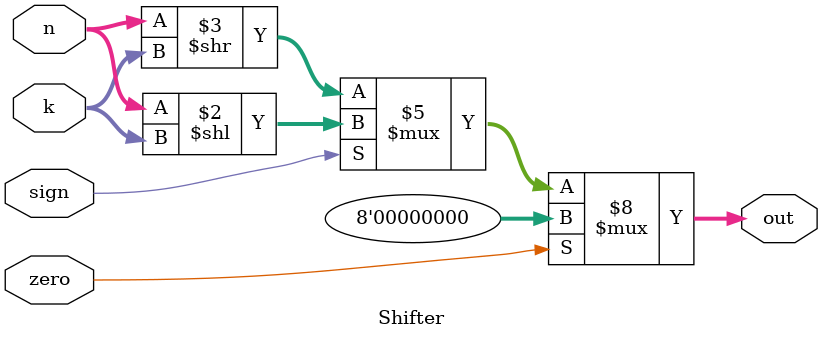
<source format=v>
`timescale 1ns / 1ps
module Shifter(
    input [1:0] k,
    input sign,
    input zero,
    input [7:0] n,
    output reg [7:0] out
    );
	 always@(*) begin
			if(zero) begin
				out <= 8'b00000000;
			end
			else begin
				if(sign) begin
					out <= n<<k;
				end
				else begin
					out <= n>>k;
				end
			end
	 end
endmodule

</source>
